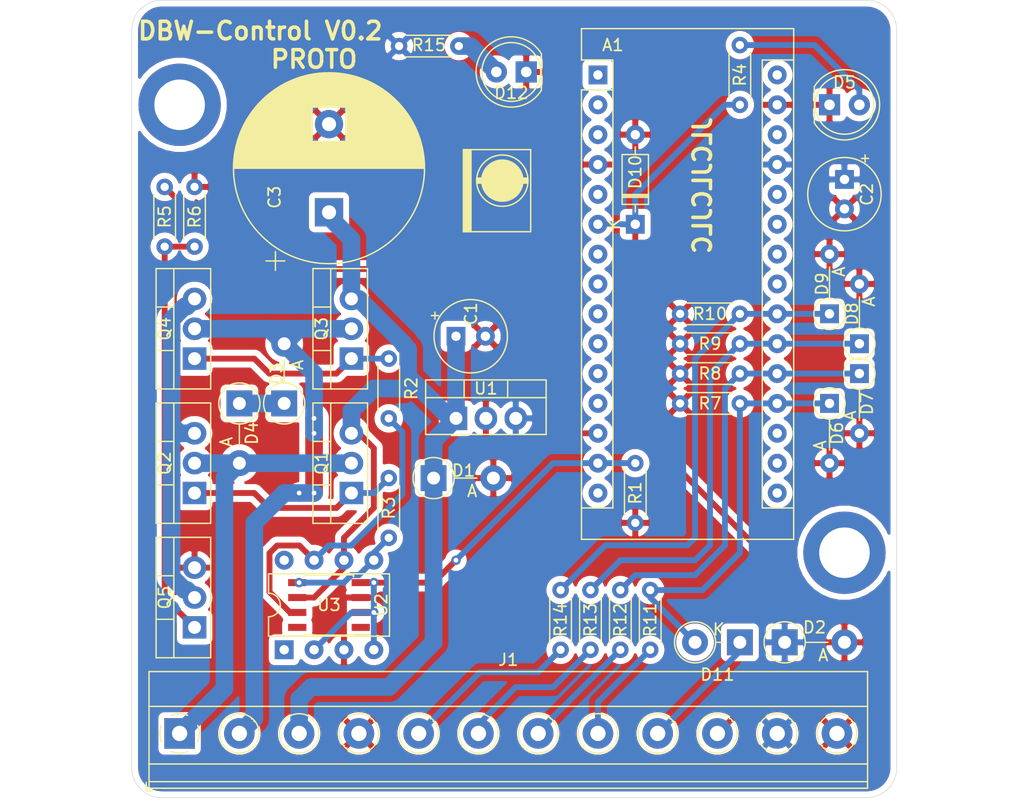
<source format=kicad_pcb>
(kicad_pcb (version 20171130) (host pcbnew 5.1.9+dfsg1-1~bpo10+1)
  (layers (0 F.Cu signal) (31 B.Cu signal) (34 B.Paste user) (35 F.Paste user) (36 B.SilkS user) (37 F.SilkS user) (38 B.Mask user) (39 F.Mask user) (44 Edge.Cuts user))
  (net 0 "")
  (net 1 "Net-(A1-Pad16)")
  (net 2 "Net-(A1-Pad15)")
  (net 3 "Net-(A1-Pad30)")
  (net 4 HB_DIR)
  (net 5 GND)
  (net 6 HB_PWM)
  (net 7 "Net-(A1-Pad28)")
  (net 8 "Net-(A1-Pad12)")
  (net 9 +5V)
  (net 10 "Net-(A1-Pad11)")
  (net 11 "Net-(A1-Pad26)")
  (net 12 "Net-(A1-Pad10)")
  (net 13 "Net-(A1-Pad25)")
  (net 14 "Net-(A1-Pad9)")
  (net 15 "Net-(A1-Pad24)")
  (net 16 "Net-(A1-Pad8)")
  (net 17 "Net-(A1-Pad23)")
  (net 18 "Net-(A1-Pad7)")
  (net 19 "Net-(A1-Pad22)")
  (net 20 ERROR_LED)
  (net 21 "Net-(A1-Pad21)")
  (net 22 "Net-(A1-Pad5)")
  (net 23 "Net-(A1-Pad20)")
  (net 24 TPS)
  (net 25 "Net-(A1-Pad3)")
  (net 26 "Net-(A1-Pad18)")
  (net 27 "Net-(A1-Pad2)")
  (net 28 "Net-(A1-Pad17)")
  (net 29 "Net-(A1-Pad1)")
  (net 30 +12V)
  (net 31 M-)
  (net 32 "Net-(D3-Pad1)")
  (net 33 M+)
  (net 34 "Net-(D5-Pad2)")
  (net 35 POT_PEDAL2)
  (net 36 POT_PEDAL)
  (net 37 POT_THROTTLE2)
  (net 38 POT_THROTTLE)
  (net 39 "Net-(Q1-Pad1)")
  (net 40 "Net-(Q2-Pad3)")
  (net 41 "Net-(Q3-Pad1)")
  (net 42 "Net-(Q5-Pad1)")
  (net 43 "Net-(R2-Pad2)")
  (net 44 "Net-(R3-Pad2)")
  (net 45 "Net-(U2-Pad8)")
  (net 46 "Net-(U2-Pad1)")
  (net 47 "Net-(U3-Pad8)")
  (net 48 "Net-(U3-Pad1)")
  (net 49 "Net-(A1-Pad19)")
  (net 50 "Net-(D12-Pad2)")
  (module Resistor_THT:R_Axial_DIN0204_L3.6mm_D1.6mm_P5.08mm_Horizontal (layer F.Cu) (at 97.396 108.036)
    (fp_text reference R15 (at 2.54 -0.086) (layer F.SilkS))
    (fp_text value 330R)
    (pad 2 thru_hole oval (at 5.08 0) (size 1.4 1.4) (drill 0.7) (layers *.Cu *.Mask) (net 50 "Net-(D12-Pad2)"))
    (pad 1 thru_hole circle (at 0 0) (size 1.4 1.4) (drill 0.7) (layers *.Cu *.Mask) (net 9 +5V))
  )
  (module LED_THT:LED_D5.0mm (layer F.Cu) (at 108.204 110.236 180)
    (fp_text reference D12 (at 1.27 -1.778) (layer F.SilkS))
    (fp_text value LED)
    (pad 2 thru_hole circle (at 2.54 0 180) (size 1.8 1.8) (drill 0.9) (layers *.Cu *.Mask) (net 50 "Net-(D12-Pad2)"))
    (pad 1 thru_hole rect (at 0 0 180) (size 1.8 1.8) (drill 0.9) (layers *.Cu *.Mask) (net 5 GND))
  )
  (module MountingHole:MountingHole_4.3mm_M4_ISO14580_Pad (layer F.Cu) (at 135.255 151.13)
    (fp_text reference REF** hide)
    (fp_text value MountingHole_4.3mm_M4_ISO14580_Pad)
    (pad 1 thru_hole circle (at 0 0) (size 7 7) (drill 4.3) (layers *.Cu *.Mask))
  )
  (module MountingHole:MountingHole_4.3mm_M4_ISO14580_Pad (layer F.Cu) (at 78.74 113.03)
    (fp_text reference REF** hide)
    (fp_text value MountingHole_4.3mm_M4_ISO14580_Pad)
    (pad 1 thru_hole circle (at 0 0) (size 7 7) (drill 4.3) (layers *.Cu *.Mask))
  )
  (module Diode_THT:D_DO-41_SOD81_P3.81mm_Vertical_KathodeUp (layer F.Cu) (at 126.365 158.75 180)
    (fp_text reference D11 (at 1.905 -2.750635) (layer F.SilkS))
    (fp_text value 1N4004)
    (fp_text user K (at 1.8 1.1) (layer F.SilkS))
    (pad 2 thru_hole oval (at 3.81 0 180) (size 2.2 2.2) (drill 1.1) (layers *.Cu *.Mask) (net 49 "Net-(A1-Pad19)"))
    (pad 1 thru_hole rect (at 0 0 180) (size 2.2 2.2) (drill 1.1) (layers *.Cu *.Mask) (net 24 TPS))
  )
  (module TerminalBlock_Phoenix:TerminalBlock_Phoenix_MKDS-1,5-12-5.08_1x12_P5.08mm_Horizontal (layer F.Cu) (at 78.74 166.5)
    (fp_text reference J1 (at 27.94 -6.26) (layer F.SilkS))
    (fp_text value Conn_01x12_Female)
    (pad 12 thru_hole circle (at 55.88 0) (size 2.6 2.6) (drill 1.3) (layers *.Cu *.Mask) (net 5 GND))
    (pad 11 thru_hole circle (at 50.8 0) (size 2.6 2.6) (drill 1.3) (layers *.Cu *.Mask) (net 9 +5V))
    (pad 10 thru_hole circle (at 45.72 0) (size 2.6 2.6) (drill 1.3) (layers *.Cu *.Mask) (net 20 ERROR_LED))
    (pad 9 thru_hole circle (at 40.64 0) (size 2.6 2.6) (drill 1.3) (layers *.Cu *.Mask) (net 24 TPS))
    (pad 8 thru_hole circle (at 35.56 0) (size 2.6 2.6) (drill 1.3) (layers *.Cu *.Mask) (net 38 POT_THROTTLE))
    (pad 7 thru_hole circle (at 30.48 0) (size 2.6 2.6) (drill 1.3) (layers *.Cu *.Mask) (net 37 POT_THROTTLE2))
    (pad 6 thru_hole circle (at 25.4 0) (size 2.6 2.6) (drill 1.3) (layers *.Cu *.Mask) (net 36 POT_PEDAL))
    (pad 5 thru_hole circle (at 20.32 0) (size 2.6 2.6) (drill 1.3) (layers *.Cu *.Mask) (net 35 POT_PEDAL2))
    (pad 4 thru_hole circle (at 15.24 0) (size 2.6 2.6) (drill 1.3) (layers *.Cu *.Mask) (net 5 GND))
    (pad 3 thru_hole circle (at 10.16 0) (size 2.6 2.6) (drill 1.3) (layers *.Cu *.Mask) (net 30 +12V))
    (pad 2 thru_hole circle (at 5.08 0) (size 2.6 2.6) (drill 1.3) (layers *.Cu *.Mask) (net 33 M+))
    (pad 1 thru_hole rect (at 0 0) (size 2.6 2.6) (drill 1.3) (layers *.Cu *.Mask) (net 31 M-))
  )
  (module Diode_THT:D_DO-35_SOD27_P7.62mm_Horizontal (layer F.Cu) (at 117.475 123.19 90)
    (fp_text reference D10 (at 4.445 0 90) (layer F.SilkS))
    (fp_text value 5V1)
    (fp_text user K (at 0 -1.8 90) (layer F.SilkS))
    (pad 2 thru_hole oval (at 7.62 0 90) (size 1.6 1.6) (drill 0.8) (layers *.Cu *.Mask) (net 5 GND))
    (pad 1 thru_hole rect (at 0 0 90) (size 1.6 1.6) (drill 0.8) (layers *.Cu *.Mask) (net 20 ERROR_LED))
  )
  (module Diode_THT:D_DO-35_SOD27_P5.08mm_Vertical_AnodeUp (layer F.Cu) (at 133.985 130.81 90)
    (fp_text reference D9 (at 2.54 -0.635 90) (layer F.SilkS))
    (fp_text value 5V1)
    (fp_text user A (at 3.58 0.8 90) (layer F.SilkS))
    (pad 2 thru_hole oval (at 5.08 0 90) (size 1.6 1.6) (drill 0.8) (layers *.Cu *.Mask) (net 5 GND))
    (pad 1 thru_hole rect (at 0 0 90) (size 1.6 1.6) (drill 0.8) (layers *.Cu *.Mask) (net 19 "Net-(A1-Pad22)"))
  )
  (module Diode_THT:D_DO-35_SOD27_P5.08mm_Vertical_AnodeUp (layer F.Cu) (at 136.525 133.35 90)
    (fp_text reference D8 (at 2.54 -0.635 90) (layer F.SilkS))
    (fp_text value 5V1)
    (fp_text user A (at 3.58 0.8 90) (layer F.SilkS))
    (pad 2 thru_hole oval (at 5.08 0 90) (size 1.6 1.6) (drill 0.8) (layers *.Cu *.Mask) (net 5 GND))
    (pad 1 thru_hole rect (at 0 0 90) (size 1.6 1.6) (drill 0.8) (layers *.Cu *.Mask) (net 21 "Net-(A1-Pad21)"))
  )
  (module Diode_THT:D_DO-35_SOD27_P5.08mm_Vertical_AnodeUp (layer F.Cu) (at 136.525 135.89 270)
    (fp_text reference D7 (at 2.54 -0.635 90) (layer F.SilkS))
    (fp_text value 5V1)
    (fp_text user A (at 3.58 0.8 90) (layer F.SilkS))
    (pad 2 thru_hole oval (at 5.08 0 270) (size 1.6 1.6) (drill 0.8) (layers *.Cu *.Mask) (net 5 GND))
    (pad 1 thru_hole rect (at 0 0 270) (size 1.6 1.6) (drill 0.8) (layers *.Cu *.Mask) (net 23 "Net-(A1-Pad20)"))
  )
  (module Diode_THT:D_DO-35_SOD27_P5.08mm_Vertical_AnodeUp (layer F.Cu) (at 133.985 138.43 270)
    (fp_text reference D6 (at 2.54 -0.635 90) (layer F.SilkS))
    (fp_text value 5V1)
    (fp_text user A (at 3.58 0.8 90) (layer F.SilkS))
    (pad 2 thru_hole oval (at 5.08 0 270) (size 1.6 1.6) (drill 0.8) (layers *.Cu *.Mask) (net 5 GND))
    (pad 1 thru_hole rect (at 0 0 270) (size 1.6 1.6) (drill 0.8) (layers *.Cu *.Mask) (net 49 "Net-(A1-Pad19)"))
  )
  (module Diode_THT:D_DO-41_SOD81_P5.08mm_Vertical_AnodeUp (layer F.Cu) (at 87.63 138.43 90)
    (fp_text reference D4 (at -2.54 -2.750635 90) (layer F.SilkS))
    (fp_text value 20V)
    (fp_text user A (at 3.28 1.1 90) (layer F.SilkS))
    (pad 2 thru_hole oval (at 5.08 0 90) (size 2.2 2.2) (drill 1.1) (layers *.Cu *.Mask) (net 33 M+))
    (pad 1 thru_hole rect (at 0 0 90) (size 2.2 2.2) (drill 1.1) (layers *.Cu *.Mask) (net 32 "Net-(D3-Pad1)"))
  )
  (module Diode_THT:D_DO-41_SOD81_P5.08mm_Vertical_AnodeUp (layer F.Cu) (at 83.82 138.43 270)
    (fp_text reference D3 (at -2.54 -3.175 90) (layer F.SilkS))
    (fp_text value 20V)
    (fp_text user A (at 3.28 1.1 90) (layer F.SilkS))
    (pad 2 thru_hole oval (at 5.08 0 270) (size 2.2 2.2) (drill 1.1) (layers *.Cu *.Mask) (net 31 M-))
    (pad 1 thru_hole rect (at 0 0 270) (size 2.2 2.2) (drill 1.1) (layers *.Cu *.Mask) (net 32 "Net-(D3-Pad1)"))
  )
  (module Diode_THT:D_DO-41_SOD81_P5.08mm_Vertical_AnodeUp (layer F.Cu) (at 130.175 158.75)
    (fp_text reference D2 (at 2.54 -1.27) (layer F.SilkS))
    (fp_text value "1N5339B 5V6")
    (fp_text user A (at 3.28 1.1) (layer F.SilkS))
    (pad 2 thru_hole oval (at 5.08 0) (size 2.2 2.2) (drill 1.1) (layers *.Cu *.Mask) (net 5 GND))
    (pad 1 thru_hole rect (at 0 0) (size 2.2 2.2) (drill 1.1) (layers *.Cu *.Mask) (net 9 +5V))
  )
  (module Diode_THT:D_DO-41_SOD81_P5.08mm_Vertical_AnodeUp (layer F.Cu) (at 100.33 144.78)
    (fp_text reference D1 (at 2.54 -0.635) (layer F.SilkS))
    (fp_text value 20V)
    (fp_text user A (at 3.28 1.1) (layer F.SilkS))
    (pad 2 thru_hole oval (at 5.08 0) (size 2.2 2.2) (drill 1.1) (layers *.Cu *.Mask) (net 5 GND))
    (pad 1 thru_hole rect (at 0 0) (size 2.2 2.2) (drill 1.1) (layers *.Cu *.Mask) (net 30 +12V))
  )
  (module Package_SO:SOIC-8_3.9x4.9mm_P1.27mm (layer F.Cu) (at 91.44 155.575 180)
    (fp_text reference U3 (at 0 0) (layer F.SilkS))
    (fp_text value TC4425)
    (pad 8 smd rect (at 2.7 -1.905 180) (size 1.55 0.6) (layers F.Cu F.Paste F.Mask) (net 47 "Net-(U3-Pad8)"))
    (pad 7 smd rect (at 2.7 -0.635 180) (size 1.55 0.6) (layers F.Cu F.Paste F.Mask) (net 43 "Net-(R2-Pad2)"))
    (pad 6 smd rect (at 2.7 0.635 180) (size 1.55 0.6) (layers F.Cu F.Paste F.Mask) (net 30 +12V))
    (pad 5 smd rect (at 2.7 1.905 180) (size 1.55 0.6) (layers F.Cu F.Paste F.Mask) (net 44 "Net-(R3-Pad2)"))
    (pad 4 smd rect (at -2.7 1.905 180) (size 1.55 0.6) (layers F.Cu F.Paste F.Mask) (net 4 HB_DIR))
    (pad 3 smd rect (at -2.7 0.635 180) (size 1.55 0.6) (layers F.Cu F.Paste F.Mask) (net 5 GND))
    (pad 2 smd rect (at -2.7 -0.635 180) (size 1.55 0.6) (layers F.Cu F.Paste F.Mask) (net 4 HB_DIR))
    (pad 1 smd rect (at -2.7 -1.905 180) (size 1.55 0.6) (layers F.Cu F.Paste F.Mask) (net 48 "Net-(U3-Pad1)"))
  )
  (module Package_DIP:DIP-8_W7.62mm (layer F.Cu) (at 87.63 159.385 90)
    (fp_text reference U2 (at 3.81 8.255 90) (layer F.SilkS))
    (fp_text value TC4425)
    (pad 8 thru_hole oval (at 7.62 0 90) (size 1.6 1.6) (drill 0.8) (layers *.Cu *.Mask) (net 45 "Net-(U2-Pad8)"))
    (pad 4 thru_hole oval (at 0 7.62 90) (size 1.6 1.6) (drill 0.8) (layers *.Cu *.Mask) (net 4 HB_DIR))
    (pad 7 thru_hole oval (at 7.62 2.54 90) (size 1.6 1.6) (drill 0.8) (layers *.Cu *.Mask) (net 43 "Net-(R2-Pad2)"))
    (pad 3 thru_hole oval (at 0 5.08 90) (size 1.6 1.6) (drill 0.8) (layers *.Cu *.Mask) (net 5 GND))
    (pad 6 thru_hole oval (at 7.62 5.08 90) (size 1.6 1.6) (drill 0.8) (layers *.Cu *.Mask) (net 30 +12V))
    (pad 2 thru_hole oval (at 0 2.54 90) (size 1.6 1.6) (drill 0.8) (layers *.Cu *.Mask) (net 4 HB_DIR))
    (pad 5 thru_hole oval (at 7.62 7.62 90) (size 1.6 1.6) (drill 0.8) (layers *.Cu *.Mask) (net 44 "Net-(R3-Pad2)"))
    (pad 1 thru_hole rect (at 0 0 90) (size 1.6 1.6) (drill 0.8) (layers *.Cu *.Mask) (net 46 "Net-(U2-Pad1)"))
  )
  (module Package_TO_SOT_THT:TO-220-3_Vertical (layer F.Cu) (at 102.235 139.7)
    (fp_text reference U1 (at 2.54 -2.54) (layer F.SilkS))
    (fp_text value LM2940T)
    (pad 3 thru_hole oval (at 5.08 0) (size 1.905 2) (drill 1.1) (layers *.Cu *.Mask) (net 9 +5V))
    (pad 2 thru_hole oval (at 2.54 0) (size 1.905 2) (drill 1.1) (layers *.Cu *.Mask) (net 5 GND))
    (pad 1 thru_hole rect (at 0 0) (size 1.905 2) (drill 1.1) (layers *.Cu *.Mask) (net 30 +12V))
  )
  (module Resistor_THT:R_Axial_DIN0204_L3.6mm_D1.6mm_P5.08mm_Horizontal (layer F.Cu) (at 111.125 159.385 90)
    (fp_text reference R14 (at 2.54 0 90) (layer F.SilkS))
    (fp_text value 470R)
    (pad 2 thru_hole oval (at 5.08 0 90) (size 1.4 1.4) (drill 0.7) (layers *.Cu *.Mask) (net 19 "Net-(A1-Pad22)"))
    (pad 1 thru_hole circle (at 0 0 90) (size 1.4 1.4) (drill 0.7) (layers *.Cu *.Mask) (net 35 POT_PEDAL2))
  )
  (module Resistor_THT:R_Axial_DIN0204_L3.6mm_D1.6mm_P5.08mm_Horizontal (layer F.Cu) (at 113.665 159.385 90)
    (fp_text reference R13 (at 2.54 0 90) (layer F.SilkS))
    (fp_text value 470R)
    (pad 2 thru_hole oval (at 5.08 0 90) (size 1.4 1.4) (drill 0.7) (layers *.Cu *.Mask) (net 21 "Net-(A1-Pad21)"))
    (pad 1 thru_hole circle (at 0 0 90) (size 1.4 1.4) (drill 0.7) (layers *.Cu *.Mask) (net 36 POT_PEDAL))
  )
  (module Resistor_THT:R_Axial_DIN0204_L3.6mm_D1.6mm_P5.08mm_Horizontal (layer F.Cu) (at 116.205 159.385 90)
    (fp_text reference R12 (at 2.54 0 90) (layer F.SilkS))
    (fp_text value 470R)
    (pad 2 thru_hole oval (at 5.08 0 90) (size 1.4 1.4) (drill 0.7) (layers *.Cu *.Mask) (net 23 "Net-(A1-Pad20)"))
    (pad 1 thru_hole circle (at 0 0 90) (size 1.4 1.4) (drill 0.7) (layers *.Cu *.Mask) (net 37 POT_THROTTLE2))
  )
  (module Resistor_THT:R_Axial_DIN0204_L3.6mm_D1.6mm_P5.08mm_Horizontal (layer F.Cu) (at 118.745 159.385 90)
    (fp_text reference R11 (at 2.54 0 90) (layer F.SilkS))
    (fp_text value 470R)
    (pad 2 thru_hole oval (at 5.08 0 90) (size 1.4 1.4) (drill 0.7) (layers *.Cu *.Mask) (net 49 "Net-(A1-Pad19)"))
    (pad 1 thru_hole circle (at 0 0 90) (size 1.4 1.4) (drill 0.7) (layers *.Cu *.Mask) (net 38 POT_THROTTLE))
  )
  (module Resistor_THT:R_Axial_DIN0204_L3.6mm_D1.6mm_P5.08mm_Horizontal (layer F.Cu) (at 121.285 130.81)
    (fp_text reference R10 (at 2.54 0) (layer F.SilkS))
    (fp_text value 100K)
    (pad 2 thru_hole oval (at 5.08 0) (size 1.4 1.4) (drill 0.7) (layers *.Cu *.Mask) (net 19 "Net-(A1-Pad22)"))
    (pad 1 thru_hole circle (at 0 0) (size 1.4 1.4) (drill 0.7) (layers *.Cu *.Mask) (net 5 GND))
  )
  (module Resistor_THT:R_Axial_DIN0204_L3.6mm_D1.6mm_P5.08mm_Horizontal (layer F.Cu) (at 121.285 133.35)
    (fp_text reference R9 (at 2.54 0) (layer F.SilkS))
    (fp_text value 100K)
    (pad 2 thru_hole oval (at 5.08 0) (size 1.4 1.4) (drill 0.7) (layers *.Cu *.Mask) (net 21 "Net-(A1-Pad21)"))
    (pad 1 thru_hole circle (at 0 0) (size 1.4 1.4) (drill 0.7) (layers *.Cu *.Mask) (net 5 GND))
  )
  (module Resistor_THT:R_Axial_DIN0204_L3.6mm_D1.6mm_P5.08mm_Horizontal (layer F.Cu) (at 121.285 135.89)
    (fp_text reference R8 (at 2.54 0) (layer F.SilkS))
    (fp_text value 100K)
    (pad 2 thru_hole oval (at 5.08 0) (size 1.4 1.4) (drill 0.7) (layers *.Cu *.Mask) (net 23 "Net-(A1-Pad20)"))
    (pad 1 thru_hole circle (at 0 0) (size 1.4 1.4) (drill 0.7) (layers *.Cu *.Mask) (net 5 GND))
  )
  (module Resistor_THT:R_Axial_DIN0204_L3.6mm_D1.6mm_P5.08mm_Horizontal (layer F.Cu) (at 121.285 138.43)
    (fp_text reference R7 (at 2.54 0) (layer F.SilkS))
    (fp_text value 100K)
    (pad 2 thru_hole oval (at 5.08 0) (size 1.4 1.4) (drill 0.7) (layers *.Cu *.Mask) (net 49 "Net-(A1-Pad19)"))
    (pad 1 thru_hole circle (at 0 0) (size 1.4 1.4) (drill 0.7) (layers *.Cu *.Mask) (net 5 GND))
  )
  (module Resistor_THT:R_Axial_DIN0204_L3.6mm_D1.6mm_P5.08mm_Horizontal (layer F.Cu) (at 77.47 120.015 270)
    (fp_text reference R6 (at 2.54 -2.54 90) (layer F.SilkS))
    (fp_text value 180R)
    (pad 2 thru_hole oval (at 5.08 0 270) (size 1.4 1.4) (drill 0.7) (layers *.Cu *.Mask) (net 42 "Net-(Q5-Pad1)"))
    (pad 1 thru_hole circle (at 0 0 270) (size 1.4 1.4) (drill 0.7) (layers *.Cu *.Mask) (net 6 HB_PWM))
  )
  (module Resistor_THT:R_Axial_DIN0204_L3.6mm_D1.6mm_P5.08mm_Horizontal (layer F.Cu) (at 80.01 125.095 90)
    (fp_text reference R5 (at 2.54 -2.54 90) (layer F.SilkS))
    (fp_text value 1K)
    (pad 2 thru_hole oval (at 5.08 0 90) (size 1.4 1.4) (drill 0.7) (layers *.Cu *.Mask) (net 5 GND))
    (pad 1 thru_hole circle (at 0 0 90) (size 1.4 1.4) (drill 0.7) (layers *.Cu *.Mask) (net 42 "Net-(Q5-Pad1)"))
  )
  (module Resistor_THT:R_Axial_DIN0204_L3.6mm_D1.6mm_P5.08mm_Horizontal (layer F.Cu) (at 126.365 107.95 270)
    (fp_text reference R4 (at 2.54 0 90) (layer F.SilkS))
    (fp_text value 330R)
    (pad 2 thru_hole oval (at 5.08 0 270) (size 1.4 1.4) (drill 0.7) (layers *.Cu *.Mask) (net 20 ERROR_LED))
    (pad 1 thru_hole circle (at 0 0 270) (size 1.4 1.4) (drill 0.7) (layers *.Cu *.Mask) (net 34 "Net-(D5-Pad2)"))
  )
  (module Resistor_THT:R_Axial_DIN0204_L3.6mm_D1.6mm_P5.08mm_Horizontal (layer F.Cu) (at 96.52 144.78 270)
    (fp_text reference R3 (at 2.54 0 90) (layer F.SilkS))
    (fp_text value 75R)
    (pad 2 thru_hole oval (at 5.08 0 270) (size 1.4 1.4) (drill 0.7) (layers *.Cu *.Mask) (net 44 "Net-(R3-Pad2)"))
    (pad 1 thru_hole circle (at 0 0 270) (size 1.4 1.4) (drill 0.7) (layers *.Cu *.Mask) (net 39 "Net-(Q1-Pad1)"))
  )
  (module Resistor_THT:R_Axial_DIN0204_L3.6mm_D1.6mm_P5.08mm_Horizontal (layer F.Cu) (at 96.52 134.62 270)
    (fp_text reference R2 (at 2.54 -1.92 90) (layer F.SilkS))
    (fp_text value 75R)
    (pad 2 thru_hole oval (at 5.08 0 270) (size 1.4 1.4) (drill 0.7) (layers *.Cu *.Mask) (net 43 "Net-(R2-Pad2)"))
    (pad 1 thru_hole circle (at 0 0 270) (size 1.4 1.4) (drill 0.7) (layers *.Cu *.Mask) (net 41 "Net-(Q3-Pad1)"))
  )
  (module Resistor_THT:R_Axial_DIN0204_L3.6mm_D1.6mm_P5.08mm_Horizontal (layer F.Cu) (at 117.475 143.51 270)
    (fp_text reference R1 (at 2.54 0 90) (layer F.SilkS))
    (fp_text value 1K)
    (pad 2 thru_hole oval (at 5.08 0 270) (size 1.4 1.4) (drill 0.7) (layers *.Cu *.Mask) (net 5 GND))
    (pad 1 thru_hole circle (at 0 0 270) (size 1.4 1.4) (drill 0.7) (layers *.Cu *.Mask) (net 4 HB_DIR))
  )
  (module Package_TO_SOT_THT:TO-220-3_Vertical (layer F.Cu) (at 80.01 157.48 90)
    (fp_text reference Q5 (at 2.54 -2.54 90) (layer F.SilkS))
    (fp_text value IRF540N)
    (pad 3 thru_hole oval (at 5.08 0 90) (size 1.905 2) (drill 1.1) (layers *.Cu *.Mask) (net 5 GND))
    (pad 2 thru_hole oval (at 2.54 0 90) (size 1.905 2) (drill 1.1) (layers *.Cu *.Mask) (net 40 "Net-(Q2-Pad3)"))
    (pad 1 thru_hole rect (at 0 0 90) (size 1.905 2) (drill 1.1) (layers *.Cu *.Mask) (net 42 "Net-(Q5-Pad1)"))
  )
  (module Package_TO_SOT_THT:TO-220-3_Vertical (layer F.Cu) (at 80.01 134.62 90)
    (fp_text reference Q4 (at 2.54 -2.54 90) (layer F.SilkS))
    (fp_text value IRF540N)
    (pad 3 thru_hole oval (at 5.08 0 90) (size 1.905 2) (drill 1.1) (layers *.Cu *.Mask) (net 40 "Net-(Q2-Pad3)"))
    (pad 2 thru_hole oval (at 2.54 0 90) (size 1.905 2) (drill 1.1) (layers *.Cu *.Mask) (net 33 M+))
    (pad 1 thru_hole rect (at 0 0 90) (size 1.905 2) (drill 1.1) (layers *.Cu *.Mask) (net 41 "Net-(Q3-Pad1)"))
  )
  (module Package_TO_SOT_THT:TO-220-3_Vertical (layer F.Cu) (at 93.345 134.62 90)
    (fp_text reference Q3 (at 2.54 -2.54 90) (layer F.SilkS))
    (fp_text value IRF9540N)
    (pad 3 thru_hole oval (at 5.08 0 90) (size 1.905 2) (drill 1.1) (layers *.Cu *.Mask) (net 30 +12V))
    (pad 2 thru_hole oval (at 2.54 0 90) (size 1.905 2) (drill 1.1) (layers *.Cu *.Mask) (net 33 M+))
    (pad 1 thru_hole rect (at 0 0 90) (size 1.905 2) (drill 1.1) (layers *.Cu *.Mask) (net 41 "Net-(Q3-Pad1)"))
  )
  (module Package_TO_SOT_THT:TO-220-3_Vertical (layer F.Cu) (at 80.01 146.05 90)
    (fp_text reference Q2 (at 2.54 -2.54 90) (layer F.SilkS))
    (fp_text value IRF540N)
    (pad 3 thru_hole oval (at 5.08 0 90) (size 1.905 2) (drill 1.1) (layers *.Cu *.Mask) (net 40 "Net-(Q2-Pad3)"))
    (pad 2 thru_hole oval (at 2.54 0 90) (size 1.905 2) (drill 1.1) (layers *.Cu *.Mask) (net 31 M-))
    (pad 1 thru_hole rect (at 0 0 90) (size 1.905 2) (drill 1.1) (layers *.Cu *.Mask) (net 39 "Net-(Q1-Pad1)"))
  )
  (module Package_TO_SOT_THT:TO-220-3_Vertical (layer F.Cu) (at 93.345 146.05 90)
    (fp_text reference Q1 (at 2.54 -2.54 90) (layer F.SilkS))
    (fp_text value IRF9540N)
    (pad 3 thru_hole oval (at 5.08 0 90) (size 1.905 2) (drill 1.1) (layers *.Cu *.Mask) (net 30 +12V))
    (pad 2 thru_hole oval (at 2.54 0 90) (size 1.905 2) (drill 1.1) (layers *.Cu *.Mask) (net 31 M-))
    (pad 1 thru_hole rect (at 0 0 90) (size 1.905 2) (drill 1.1) (layers *.Cu *.Mask) (net 39 "Net-(Q1-Pad1)"))
  )
  (module LED_THT:LED_D5.0mm (layer F.Cu) (at 133.985 113.03)
    (fp_text reference D5 (at 1.27 -1.905) (layer F.SilkS))
    (fp_text value LED)
    (pad 2 thru_hole circle (at 2.54 0) (size 1.8 1.8) (drill 0.9) (layers *.Cu *.Mask) (net 34 "Net-(D5-Pad2)"))
    (pad 1 thru_hole rect (at 0 0) (size 1.8 1.8) (drill 0.9) (layers *.Cu *.Mask) (net 5 GND))
  )
  (module Capacitor_THT:CP_Radial_D16.0mm_P7.50mm (layer F.Cu) (at 91.44 122.174 90)
    (fp_text reference C3 (at 1.28 -4.63 90) (layer F.SilkS))
    (fp_text value 3300u)
    (pad 2 thru_hole circle (at 7.5 0 90) (size 2.4 2.4) (drill 1.2) (layers *.Cu *.Mask) (net 5 GND))
    (pad 1 thru_hole rect (at 0 0 90) (size 2.4 2.4) (drill 1.2) (layers *.Cu *.Mask) (net 30 +12V))
  )
  (module Capacitor_THT:CP_Radial_Tantal_D6.0mm_P2.50mm (layer F.Cu) (at 135.255 119.38 270)
    (fp_text reference C2 (at 1.27 -1.905 90) (layer F.SilkS))
    (fp_text value 47u)
    (pad 2 thru_hole circle (at 2.5 0 270) (size 1.6 1.6) (drill 0.8) (layers *.Cu *.Mask) (net 5 GND))
    (pad 1 thru_hole rect (at 0 0 270) (size 1.6 1.6) (drill 0.8) (layers *.Cu *.Mask) (net 9 +5V))
  )
  (module Capacitor_THT:CP_Radial_Tantal_D6.0mm_P2.50mm (layer F.Cu) (at 102.235 132.715)
    (fp_text reference C1 (at 1.27 -1.905 270) (layer F.SilkS))
    (fp_text value 10u)
    (pad 2 thru_hole circle (at 2.5 0) (size 1.6 1.6) (drill 0.8) (layers *.Cu *.Mask) (net 5 GND))
    (pad 1 thru_hole rect (at 0 0) (size 1.6 1.6) (drill 0.8) (layers *.Cu *.Mask) (net 30 +12V))
  )
  (module Module:Arduino_Nano (layer F.Cu) (at 114.3 110.49)
    (fp_text reference A1 (at 1.27 -2.54) (layer F.SilkS))
    (fp_text value Arduino_Nano_v3.x)
    (pad 16 thru_hole oval (at 15.24 35.56) (size 1.6 1.6) (drill 0.8) (layers *.Cu *.Mask) (net 1 "Net-(A1-Pad16)"))
    (pad 15 thru_hole oval (at 0 35.56) (size 1.6 1.6) (drill 0.8) (layers *.Cu *.Mask) (net 2 "Net-(A1-Pad15)"))
    (pad 30 thru_hole oval (at 15.24 0) (size 1.6 1.6) (drill 0.8) (layers *.Cu *.Mask) (net 3 "Net-(A1-Pad30)"))
    (pad 14 thru_hole oval (at 0 33.02) (size 1.6 1.6) (drill 0.8) (layers *.Cu *.Mask) (net 4 HB_DIR))
    (pad 29 thru_hole oval (at 15.24 2.54) (size 1.6 1.6) (drill 0.8) (layers *.Cu *.Mask) (net 5 GND))
    (pad 13 thru_hole oval (at 0 30.48) (size 1.6 1.6) (drill 0.8) (layers *.Cu *.Mask) (net 6 HB_PWM))
    (pad 28 thru_hole oval (at 15.24 5.08) (size 1.6 1.6) (drill 0.8) (layers *.Cu *.Mask) (net 7 "Net-(A1-Pad28)"))
    (pad 12 thru_hole oval (at 0 27.94) (size 1.6 1.6) (drill 0.8) (layers *.Cu *.Mask) (net 8 "Net-(A1-Pad12)"))
    (pad 27 thru_hole oval (at 15.24 7.62) (size 1.6 1.6) (drill 0.8) (layers *.Cu *.Mask) (net 9 +5V))
    (pad 11 thru_hole oval (at 0 25.4) (size 1.6 1.6) (drill 0.8) (layers *.Cu *.Mask) (net 10 "Net-(A1-Pad11)"))
    (pad 26 thru_hole oval (at 15.24 10.16) (size 1.6 1.6) (drill 0.8) (layers *.Cu *.Mask) (net 11 "Net-(A1-Pad26)"))
    (pad 10 thru_hole oval (at 0 22.86) (size 1.6 1.6) (drill 0.8) (layers *.Cu *.Mask) (net 12 "Net-(A1-Pad10)"))
    (pad 25 thru_hole oval (at 15.24 12.7) (size 1.6 1.6) (drill 0.8) (layers *.Cu *.Mask) (net 13 "Net-(A1-Pad25)"))
    (pad 9 thru_hole oval (at 0 20.32) (size 1.6 1.6) (drill 0.8) (layers *.Cu *.Mask) (net 14 "Net-(A1-Pad9)"))
    (pad 24 thru_hole oval (at 15.24 15.24) (size 1.6 1.6) (drill 0.8) (layers *.Cu *.Mask) (net 15 "Net-(A1-Pad24)"))
    (pad 8 thru_hole oval (at 0 17.78) (size 1.6 1.6) (drill 0.8) (layers *.Cu *.Mask) (net 16 "Net-(A1-Pad8)"))
    (pad 23 thru_hole oval (at 15.24 17.78) (size 1.6 1.6) (drill 0.8) (layers *.Cu *.Mask) (net 17 "Net-(A1-Pad23)"))
    (pad 7 thru_hole oval (at 0 15.24) (size 1.6 1.6) (drill 0.8) (layers *.Cu *.Mask) (net 18 "Net-(A1-Pad7)"))
    (pad 22 thru_hole oval (at 15.24 20.32) (size 1.6 1.6) (drill 0.8) (layers *.Cu *.Mask) (net 19 "Net-(A1-Pad22)"))
    (pad 6 thru_hole oval (at 0 12.7) (size 1.6 1.6) (drill 0.8) (layers *.Cu *.Mask) (net 20 ERROR_LED))
    (pad 21 thru_hole oval (at 15.24 22.86) (size 1.6 1.6) (drill 0.8) (layers *.Cu *.Mask) (net 21 "Net-(A1-Pad21)"))
    (pad 5 thru_hole oval (at 0 10.16) (size 1.6 1.6) (drill 0.8) (layers *.Cu *.Mask) (net 22 "Net-(A1-Pad5)"))
    (pad 20 thru_hole oval (at 15.24 25.4) (size 1.6 1.6) (drill 0.8) (layers *.Cu *.Mask) (net 23 "Net-(A1-Pad20)"))
    (pad 4 thru_hole oval (at 0 7.62) (size 1.6 1.6) (drill 0.8) (layers *.Cu *.Mask) (net 5 GND))
    (pad 19 thru_hole oval (at 15.24 27.94) (size 1.6 1.6) (drill 0.8) (layers *.Cu *.Mask) (net 49 "Net-(A1-Pad19)"))
    (pad 3 thru_hole oval (at 0 5.08) (size 1.6 1.6) (drill 0.8) (layers *.Cu *.Mask) (net 25 "Net-(A1-Pad3)"))
    (pad 18 thru_hole oval (at 15.24 30.48) (size 1.6 1.6) (drill 0.8) (layers *.Cu *.Mask) (net 26 "Net-(A1-Pad18)"))
    (pad 2 thru_hole oval (at 0 2.54) (size 1.6 1.6) (drill 0.8) (layers *.Cu *.Mask) (net 27 "Net-(A1-Pad2)"))
    (pad 17 thru_hole oval (at 15.24 33.02) (size 1.6 1.6) (drill 0.8) (layers *.Cu *.Mask) (net 28 "Net-(A1-Pad17)"))
    (pad 1 thru_hole rect (at 0 0) (size 1.6 1.6) (drill 0.8) (layers *.Cu *.Mask) (net 29 "Net-(A1-Pad1)"))
  )
  (gr_poly (pts (xy 108.331 119.6975) (xy 104.013 119.6975) (xy 104.013 119.253) (xy 108.331 119.253)) (layer F.SilkS) (width 0.1))
  (gr_poly (pts (xy 106.6165 117.7925) (xy 107.1245 118.0465) (xy 107.442 118.3005) (xy 107.823 118.9355) (xy 107.8865 119.888) (xy 107.6325 120.396) (xy 107.061 120.904) (xy 106.2355 121.2215) (xy 105.7275 121.158) (xy 105.0925 120.8405) (xy 104.7115 120.396) (xy 104.521 119.9515) (xy 104.4575 119.3165) (xy 104.648 118.6815) (xy 105.2195 118.11) (xy 105.918 117.7925)) (layer F.SilkS) (width 0.1))
  (gr_circle (center 106.172 119.48101) (end 107.188 120.904) (layer F.SilkS) (width 0.12))
  (gr_poly (pts (xy 103.505 123.825) (xy 102.87 123.825) (xy 102.87 116.84) (xy 103.505 116.84)) (layer F.SilkS) (width 0.1))
  (gr_line (start 103.505 123.825) (end 102.87 123.825) (layer F.SilkS) (width 0.12))
  (gr_line (start 102.87 123.825) (end 103.505 123.825) (layer F.SilkS) (width 0.12))
  (gr_line (start 102.87 116.84) (end 102.87 123.825) (layer F.SilkS) (width 0.12))
  (gr_line (start 103.505 116.84) (end 102.87 116.84) (layer F.SilkS) (width 0.12))
  (gr_line (start 103.505 123.825) (end 103.505 116.84) (layer F.SilkS) (width 0.12))
  (gr_line (start 108.585 123.825) (end 103.505 123.825) (layer F.SilkS) (width 0.12))
  (gr_line (start 108.585 116.84) (end 108.585 123.825) (layer F.SilkS) (width 0.12))
  (gr_line (start 103.505 116.84) (end 108.585 116.84) (layer F.SilkS) (width 0.12))
  (gr_circle (center 106.172 119.48101) (end 107.95 120.75101) (layer F.SilkS) (width 0.12))
  (gr_text JLCJLCJLC (at 123.19 119.888 90) (layer F.SilkS) (effects (font (size 1.5 1.5) (thickness 0.3)) (justify mirror)))
  (gr_text "DBW-Control V0.2\n        PROTO" (at 85.598 107.95) (layer F.SilkS) (effects (font (size 1.5 1.5) (thickness 0.3))))
  (gr_arc (start 77.216 169.418) (end 74.676 169.418) (angle -90) (layer Edge.Cuts) (width 0.05))
  (gr_arc (start 137.16 169.418) (end 137.16 171.958) (angle -90) (layer Edge.Cuts) (width 0.05))
  (gr_arc (start 137.16 106.68) (end 139.7 106.68) (angle -90) (layer Edge.Cuts) (width 0.05))
  (gr_arc (start 77.216 106.68) (end 77.216 104.14) (angle -90) (layer Edge.Cuts) (width 0.05))
  (gr_line (start 137.16 171.958) (end 77.216 171.958) (layer Edge.Cuts) (width 0.05))
  (gr_line (start 139.7 106.68) (end 139.7 169.418) (layer Edge.Cuts) (width 0.05))
  (gr_line (start 77.216 104.14) (end 137.16 104.14) (layer Edge.Cuts) (width 0.05))
  (gr_line (start 74.676 169.418) (end 74.676 106.68) (layer Edge.Cuts) (width 0.05))
  (segment (start 117.475 143.51) (end 114.3 143.51) (width 0.5) (layer B.Cu) (net 4))
  (segment (start 95.25 159.385) (end 95.25 156.21) (width 0.5) (layer B.Cu) (net 4))
  (segment (start 95.25 156.21) (end 95.25 153.67) (width 0.5) (layer B.Cu) (net 4))
  (segment (start 95.25 156.21) (end 95.25 156.21) (width 0.5) (layer B.Cu) (net 4))
  (via (at 95.25 156.21) (size 0.8) (drill 0.4) (layers F.Cu B.Cu) (net 4))
  (segment (start 95.25 153.67) (end 95.25 153.67) (width 0.5) (layer B.Cu) (net 4))
  (via (at 95.25 153.67) (size 0.8) (drill 0.4) (layers F.Cu B.Cu) (net 4))
  (segment (start 95.25 156.21) (end 93.98 156.21) (width 0.5) (layer F.Cu) (net 4))
  (segment (start 95.25 156.21) (end 94.14 156.21) (width 0.5) (layer F.Cu) (net 4))
  (segment (start 95.25 153.67) (end 94.14 153.67) (width 0.5) (layer F.Cu) (net 4))
  (segment (start 93.345 156.21) (end 95.25 156.21) (width 0.5) (layer B.Cu) (net 4))
  (segment (start 90.17 159.385) (end 93.345 156.21) (width 0.5) (layer B.Cu) (net 4))
  (segment (start 95.25 153.67) (end 97.155 153.67) (width 0.5) (layer F.Cu) (net 4))
  (segment (start 97.155 153.67) (end 98.425 153.67) (width 0.5) (layer F.Cu) (net 4))
  (segment (start 98.425 153.67) (end 100.33 153.67) (width 0.5) (layer F.Cu) (net 4))
  (segment (start 100.33 153.67) (end 101.6 152.4) (width 0.5) (layer F.Cu) (net 4))
  (segment (start 101.6 152.4) (end 102.235 151.765) (width 0.5) (layer F.Cu) (net 4))
  (segment (start 102.235 151.765) (end 102.235 151.765) (width 0.5) (layer F.Cu) (net 4))
  (via (at 102.235 151.765) (size 0.8) (drill 0.4) (layers F.Cu B.Cu) (net 4))
  (segment (start 112.395 143.51) (end 114.3 143.51) (width 0.5) (layer B.Cu) (net 4))
  (segment (start 102.235 151.765) (end 110.49 143.51) (width 0.5) (layer B.Cu) (net 4))
  (segment (start 110.49 143.51) (end 112.395 143.51) (width 0.5) (layer B.Cu) (net 4))
  (segment (start 92.865 154.94) (end 92.71 155.095) (width 0.5) (layer F.Cu) (net 5))
  (segment (start 92.71 155.095) (end 92.71 159.385) (width 0.5) (layer F.Cu) (net 5))
  (segment (start 94.14 154.94) (end 92.865 154.94) (width 0.5) (layer F.Cu) (net 5))
  (segment (start 84.455 127) (end 80.01 122.555) (width 0.5) (layer F.Cu) (net 6))
  (segment (start 80.01 122.555) (end 77.47 120.015) (width 0.5) (layer F.Cu) (net 6))
  (segment (start 111.125 135.255) (end 102.87 127) (width 0.5) (layer F.Cu) (net 6))
  (segment (start 102.87 127) (end 84.455 127) (width 0.5) (layer F.Cu) (net 6))
  (segment (start 114.3 140.97) (end 111.125 140.97) (width 0.5) (layer F.Cu) (net 6))
  (segment (start 111.125 140.97) (end 111.125 135.255) (width 0.5) (layer F.Cu) (net 6))
  (segment (start 126.365 130.81) (end 129.54 130.81) (width 0.5) (layer B.Cu) (net 19))
  (segment (start 129.54 130.81) (end 133.985 130.81) (width 0.5) (layer B.Cu) (net 19))
  (segment (start 114.935 150.495) (end 111.125 154.305) (width 0.5) (layer B.Cu) (net 19))
  (segment (start 121.92 150.495) (end 114.935 150.495) (width 0.5) (layer B.Cu) (net 19))
  (segment (start 122.555 149.86) (end 121.92 150.495) (width 0.5) (layer B.Cu) (net 19))
  (segment (start 126.365 130.81) (end 122.555 134.62) (width 0.5) (layer B.Cu) (net 19))
  (segment (start 122.555 134.62) (end 122.555 149.86) (width 0.5) (layer B.Cu) (net 19))
  (segment (start 114.3 123.19) (end 117.475 123.19) (width 0.5) (layer B.Cu) (net 20))
  (segment (start 117.475 123.19) (end 117.475 120.65) (width 0.5) (layer B.Cu) (net 20))
  (segment (start 125.095 113.03) (end 126.365 113.03) (width 0.5) (layer B.Cu) (net 20))
  (segment (start 117.475 120.65) (end 125.095 113.03) (width 0.5) (layer B.Cu) (net 20))
  (segment (start 117.475 123.19) (end 117.475 140.335) (width 0.5) (layer F.Cu) (net 20))
  (segment (start 117.475 140.335) (end 128.27 151.13) (width 0.5) (layer F.Cu) (net 20))
  (segment (start 128.27 162.69) (end 124.46 166.5) (width 0.5) (layer F.Cu) (net 20))
  (segment (start 128.27 151.13) (end 128.27 162.69) (width 0.5) (layer F.Cu) (net 20))
  (segment (start 126.365 133.35) (end 129.54 133.35) (width 0.5) (layer B.Cu) (net 21))
  (segment (start 129.54 133.35) (end 136.525 133.35) (width 0.5) (layer B.Cu) (net 21))
  (segment (start 123.825 135.89) (end 126.365 133.35) (width 0.5) (layer B.Cu) (net 21))
  (segment (start 123.825 150.495) (end 123.825 135.89) (width 0.5) (layer B.Cu) (net 21))
  (segment (start 122.555 151.765) (end 123.825 150.495) (width 0.5) (layer B.Cu) (net 21))
  (segment (start 113.665 154.305) (end 116.205 151.765) (width 0.5) (layer B.Cu) (net 21))
  (segment (start 116.205 151.765) (end 122.555 151.765) (width 0.5) (layer B.Cu) (net 21))
  (segment (start 126.365 135.89) (end 129.54 135.89) (width 0.5) (layer B.Cu) (net 23))
  (segment (start 136.525 135.89) (end 129.54 135.89) (width 0.5) (layer B.Cu) (net 23))
  (segment (start 117.475 153.035) (end 116.205 154.305) (width 0.5) (layer B.Cu) (net 23))
  (segment (start 122.555 153.035) (end 117.475 153.035) (width 0.5) (layer B.Cu) (net 23))
  (segment (start 125.095 150.495) (end 122.555 153.035) (width 0.5) (layer B.Cu) (net 23))
  (segment (start 126.365 135.89) (end 125.095 137.16) (width 0.5) (layer B.Cu) (net 23))
  (segment (start 125.095 137.16) (end 125.095 150.495) (width 0.5) (layer B.Cu) (net 23))
  (segment (start 126.365 159.515) (end 126.365 158.75) (width 0.5) (layer B.Cu) (net 24))
  (segment (start 119.38 166.5) (end 126.365 159.515) (width 0.5) (layer B.Cu) (net 24))
  (segment (start 88.74 154.94) (end 90.17 154.94) (width 0.5) (layer F.Cu) (net 30))
  (segment (start 92.71 152.4) (end 92.71 151.765) (width 0.5) (layer F.Cu) (net 30))
  (segment (start 90.17 154.94) (end 92.71 152.4) (width 0.5) (layer F.Cu) (net 30))
  (segment (start 95.25 137.16) (end 93.345 139.065) (width 1.5) (layer B.Cu) (net 30))
  (segment (start 97.79 137.16) (end 95.25 137.16) (width 1.5) (layer B.Cu) (net 30))
  (segment (start 93.98 129.54) (end 97.79 133.35) (width 1.5) (layer B.Cu) (net 30))
  (segment (start 93.345 139.065) (end 93.345 140.97) (width 1.5) (layer B.Cu) (net 30))
  (segment (start 93.345 129.54) (end 93.98 129.54) (width 1.5) (layer B.Cu) (net 30))
  (segment (start 97.79 133.35) (end 97.79 133.447998) (width 1.5) (layer B.Cu) (net 30))
  (segment (start 97.79 133.447998) (end 98.170001 133.827999) (width 1.5) (layer B.Cu) (net 30))
  (segment (start 98.170001 136.779999) (end 97.79 137.16) (width 1.5) (layer B.Cu) (net 30))
  (segment (start 92.71 151.765) (end 92.71 149.86) (width 0.5) (layer F.Cu) (net 30))
  (segment (start 92.71 149.86) (end 95.25 147.32) (width 0.5) (layer F.Cu) (net 30))
  (segment (start 95.25 147.32) (end 95.25 142.24) (width 0.5) (layer F.Cu) (net 30))
  (segment (start 93.345 140.97) (end 93.98 140.97) (width 0.5) (layer F.Cu) (net 30))
  (segment (start 93.98 140.97) (end 95.25 142.24) (width 0.5) (layer F.Cu) (net 30))
  (segment (start 93.345 124.46) (end 91.44 122.555) (width 1.5) (layer B.Cu) (net 30))
  (segment (start 93.345 129.54) (end 93.345 124.46) (width 1.5) (layer B.Cu) (net 30))
  (segment (start 100.33 141.605) (end 102.235 139.7) (width 1.5) (layer B.Cu) (net 30))
  (segment (start 100.33 144.78) (end 100.33 141.605) (width 1.5) (layer B.Cu) (net 30))
  (segment (start 102.235 139.7) (end 102.235 134.62) (width 1.5) (layer B.Cu) (net 30))
  (segment (start 102.235 134.62) (end 102.235 132.715) (width 1.5) (layer B.Cu) (net 30))
  (segment (start 102.235 139.7) (end 101.725002 139.7) (width 1.5) (layer B.Cu) (net 30))
  (segment (start 98.170001 133.827999) (end 98.170001 136.144999) (width 1.5) (layer B.Cu) (net 30))
  (segment (start 101.725002 139.7) (end 98.170001 136.144999) (width 1.5) (layer B.Cu) (net 30))
  (segment (start 98.170001 136.144999) (end 98.170001 136.779999) (width 1.5) (layer B.Cu) (net 30))
  (segment (start 88.9 163.576) (end 88.9 166.5) (width 1.5) (layer B.Cu) (net 30))
  (segment (start 89.916 162.56) (end 88.9 163.576) (width 1.5) (layer B.Cu) (net 30))
  (segment (start 96.52 162.56) (end 89.916 162.56) (width 1.5) (layer B.Cu) (net 30))
  (segment (start 100.33 144.78) (end 100.33 158.75) (width 1.5) (layer B.Cu) (net 30))
  (segment (start 100.33 158.75) (end 96.52 162.56) (width 1.5) (layer B.Cu) (net 30))
  (segment (start 80.01 143.51) (end 83.82 143.51) (width 1.5) (layer B.Cu) (net 31))
  (segment (start 83.82 143.51) (end 93.345 143.51) (width 1.5) (layer B.Cu) (net 31))
  (segment (start 83.82 143.51) (end 82.55 144.78) (width 1.5) (layer B.Cu) (net 31))
  (segment (start 82.55 162.69) (end 78.74 166.5) (width 1.5) (layer B.Cu) (net 31))
  (segment (start 82.55 144.78) (end 82.55 162.69) (width 1.5) (layer B.Cu) (net 31))
  (segment (start 83.82 138.43) (end 87.63 138.43) (width 1.5) (layer B.Cu) (net 32))
  (segment (start 86.36 132.08) (end 87.63 133.35) (width 1.5) (layer B.Cu) (net 33))
  (segment (start 80.01 132.08) (end 86.36 132.08) (width 1.5) (layer B.Cu) (net 33))
  (segment (start 88.9 132.08) (end 93.345 132.08) (width 1.5) (layer B.Cu) (net 33))
  (segment (start 87.63 133.35) (end 88.9 132.08) (width 1.5) (layer B.Cu) (net 33))
  (segment (start 86.36 132.08) (end 88.9 132.08) (width 1.5) (layer B.Cu) (net 33))
  (segment (start 87.63 133.35) (end 90.17 135.89) (width 1.5) (layer B.Cu) (net 33))
  (segment (start 90.17 135.89) (end 90.17 139.7) (width 1.5) (layer B.Cu) (net 33))
  (segment (start 90.17 146.05) (end 90.17 146.05) (width 1.5) (layer B.Cu) (net 33))
  (via (at 90.17 146.05) (size 0.8) (drill 0.4) (layers F.Cu B.Cu) (net 33))
  (via (at 88.9 146.05) (size 0.8) (drill 0.4) (layers F.Cu B.Cu) (net 33))
  (segment (start 90.17 140.97) (end 90.17 140.97) (width 1.5) (layer B.Cu) (net 33))
  (via (at 90.17 140.97) (size 0.8) (drill 0.4) (layers F.Cu B.Cu) (net 33))
  (segment (start 90.17 139.7) (end 90.17 140.97) (width 1.5) (layer B.Cu) (net 33))
  (via (at 90.17 139.7) (size 0.8) (drill 0.4) (layers F.Cu B.Cu) (net 33))
  (segment (start 90.17 146.05) (end 90.17 139.7) (width 1.5) (layer F.Cu) (net 33))
  (segment (start 88.9 146.05) (end 90.17 146.05) (width 1.5) (layer B.Cu) (net 33))
  (segment (start 85.09 148.59) (end 85.09 165.23) (width 1.5) (layer B.Cu) (net 33))
  (segment (start 88.9 146.05) (end 87.63 146.05) (width 1.5) (layer B.Cu) (net 33))
  (segment (start 85.09 165.23) (end 83.82 166.5) (width 1.5) (layer B.Cu) (net 33))
  (segment (start 87.63 146.05) (end 85.09 148.59) (width 1.5) (layer B.Cu) (net 33))
  (segment (start 126.365 138.43) (end 128.905 138.43) (width 0.5) (layer B.Cu) (net 49))
  (segment (start 128.905 138.43) (end 129.54 138.43) (width 0.5) (layer B.Cu) (net 49))
  (segment (start 129.54 138.43) (end 133.985 138.43) (width 0.5) (layer B.Cu) (net 49))
  (segment (start 132.715 107.95) (end 126.365 107.95) (width 0.5) (layer B.Cu) (net 34))
  (segment (start 136.525 113.03) (end 136.525 111.76) (width 0.5) (layer B.Cu) (net 34))
  (segment (start 136.525 111.76) (end 132.715 107.95) (width 0.5) (layer B.Cu) (net 34))
  (segment (start 99.06 166.5) (end 104.27 161.29) (width 0.5) (layer B.Cu) (net 35))
  (segment (start 109.22 161.29) (end 111.125 159.385) (width 0.5) (layer B.Cu) (net 35))
  (segment (start 104.27 161.29) (end 109.22 161.29) (width 0.5) (layer B.Cu) (net 35))
  (segment (start 113.665 159.385) (end 110.49 162.56) (width 0.5) (layer B.Cu) (net 36))
  (segment (start 110.49 162.56) (end 107.315 162.56) (width 0.5) (layer B.Cu) (net 36))
  (segment (start 104.14 165.735) (end 104.14 166.5) (width 0.5) (layer B.Cu) (net 36))
  (segment (start 107.315 162.56) (end 104.14 165.735) (width 0.5) (layer B.Cu) (net 36))
  (segment (start 109.22 166.37) (end 109.22 166.5) (width 0.5) (layer B.Cu) (net 37))
  (segment (start 116.205 159.385) (end 109.22 166.37) (width 0.5) (layer B.Cu) (net 37))
  (segment (start 114.3 163.83) (end 118.745 159.385) (width 0.5) (layer B.Cu) (net 38))
  (segment (start 114.3 166.5) (end 114.3 163.83) (width 0.5) (layer B.Cu) (net 38))
  (segment (start 95.25 146.05) (end 96.52 144.78) (width 0.5) (layer B.Cu) (net 39))
  (segment (start 93.345 146.05) (end 95.25 146.05) (width 0.5) (layer B.Cu) (net 39))
  (segment (start 80.01 146.05) (end 85.09 146.05) (width 0.5) (layer F.Cu) (net 39))
  (segment (start 85.09 146.05) (end 86.36 147.32) (width 0.5) (layer F.Cu) (net 39))
  (segment (start 92.075 147.32) (end 93.345 146.05) (width 0.5) (layer F.Cu) (net 39))
  (segment (start 86.36 147.32) (end 92.075 147.32) (width 0.5) (layer F.Cu) (net 39))
  (segment (start 78.05999 131.291955) (end 78.05999 140.28999) (width 1.5) (layer B.Cu) (net 40))
  (segment (start 79.174455 130.17749) (end 78.05999 131.291955) (width 1.5) (layer B.Cu) (net 40))
  (segment (start 80.01 129.54) (end 79.37251 130.17749) (width 1.5) (layer B.Cu) (net 40))
  (segment (start 79.37251 130.17749) (end 79.174455 130.17749) (width 1.5) (layer B.Cu) (net 40))
  (segment (start 78.74 140.97) (end 80.01 140.97) (width 1.5) (layer B.Cu) (net 40))
  (segment (start 78.05999 140.28999) (end 78.74 140.97) (width 1.5) (layer B.Cu) (net 40))
  (segment (start 78.05999 153.188045) (end 78.05999 140.28999) (width 1.5) (layer B.Cu) (net 40))
  (segment (start 79.174455 154.30251) (end 78.05999 153.188045) (width 1.5) (layer B.Cu) (net 40))
  (segment (start 79.37251 154.30251) (end 79.174455 154.30251) (width 1.5) (layer B.Cu) (net 40))
  (segment (start 80.01 154.94) (end 79.37251 154.30251) (width 1.5) (layer B.Cu) (net 40))
  (segment (start 96.52 134.62) (end 93.345 134.62) (width 0.5) (layer B.Cu) (net 41))
  (segment (start 80.01 134.62) (end 85.09 134.62) (width 0.5) (layer F.Cu) (net 41))
  (segment (start 85.09 134.62) (end 86.36 135.89) (width 0.5) (layer F.Cu) (net 41))
  (segment (start 92.075 135.89) (end 93.345 134.62) (width 0.5) (layer F.Cu) (net 41))
  (segment (start 86.36 135.89) (end 92.075 135.89) (width 0.5) (layer F.Cu) (net 41))
  (segment (start 80.01 157.48) (end 77.47 154.94) (width 0.5) (layer F.Cu) (net 42))
  (segment (start 77.47 154.94) (end 77.47 125.095) (width 0.5) (layer F.Cu) (net 42))
  (segment (start 77.47 125.095) (end 80.01 125.095) (width 0.5) (layer F.Cu) (net 42))
  (segment (start 91.420001 150.514999) (end 93.325001 150.514999) (width 0.5) (layer B.Cu) (net 43))
  (segment (start 90.17 151.765) (end 91.420001 150.514999) (width 0.5) (layer B.Cu) (net 43))
  (segment (start 97.670001 140.850001) (end 96.52 139.7) (width 0.5) (layer B.Cu) (net 43))
  (segment (start 97.670001 146.169999) (end 97.670001 140.850001) (width 0.5) (layer B.Cu) (net 43))
  (segment (start 93.325001 150.514999) (end 97.670001 146.169999) (width 0.5) (layer B.Cu) (net 43))
  (segment (start 88.919999 150.514999) (end 90.17 151.765) (width 0.5) (layer F.Cu) (net 43))
  (segment (start 87.029999 150.514999) (end 88.919999 150.514999) (width 0.5) (layer F.Cu) (net 43))
  (segment (start 86.379999 151.164999) (end 87.029999 150.514999) (width 0.5) (layer F.Cu) (net 43))
  (segment (start 86.379999 154.465001) (end 86.379999 151.164999) (width 0.5) (layer F.Cu) (net 43))
  (segment (start 88.124998 156.21) (end 86.379999 154.465001) (width 0.5) (layer F.Cu) (net 43))
  (segment (start 88.74 156.21) (end 88.124998 156.21) (width 0.5) (layer F.Cu) (net 43))
  (segment (start 95.25 151.13) (end 96.52 149.86) (width 0.5) (layer B.Cu) (net 44))
  (segment (start 95.25 151.765) (end 95.25 151.13) (width 0.5) (layer B.Cu) (net 44))
  (segment (start 95.25 151.765) (end 93.98 153.035) (width 0.5) (layer B.Cu) (net 44))
  (segment (start 93.98 153.035) (end 93.345 153.035) (width 0.5) (layer B.Cu) (net 44))
  (segment (start 93.345 153.035) (end 92.71 153.67) (width 0.5) (layer B.Cu) (net 44))
  (segment (start 92.71 153.67) (end 88.9 153.67) (width 0.5) (layer B.Cu) (net 44))
  (segment (start 88.9 153.67) (end 88.9 153.67) (width 0.5) (layer B.Cu) (net 44))
  (via (at 88.9 153.67) (size 0.8) (drill 0.4) (layers F.Cu B.Cu) (net 44))
  (segment (start 118.745 154.305) (end 123.19 154.305) (width 0.5) (layer B.Cu) (net 49))
  (segment (start 126.365 151.13) (end 126.365 138.43) (width 0.5) (layer B.Cu) (net 49))
  (segment (start 123.19 154.305) (end 126.365 151.13) (width 0.5) (layer B.Cu) (net 49))
  (segment (start 118.745 154.94) (end 118.745 154.305) (width 0.5) (layer B.Cu) (net 49))
  (segment (start 122.555 158.75) (end 118.745 154.94) (width 0.5) (layer B.Cu) (net 49))
  (segment (start 103.464 108.036) (end 105.664 110.236) (width 1.5) (layer B.Cu) (net 50))
  (segment (start 102.476 108.036) (end 103.464 108.036) (width 1.5) (layer B.Cu) (net 50))
  (zone (net 5) (net_name GND) (layer F.Cu) (connect_pads (clearance 0.508)) (min_thickness 0.254) (fill yes (arc_segments 32) (thermal_gap 0.508) (thermal_bridge_width 0.508))
    (polygon (pts (xy 139.7 172.72) (xy 73.66 172.72) (xy 73.66 104.14) (xy 139.7 104.14)))
  )
  (zone (net 9) (net_name +5V) (layer B.Cu) (connect_pads (clearance 0.508)) (min_thickness 0.254) (fill yes (arc_segments 32) (thermal_gap 0.508) (thermal_bridge_width 0.508))
    (polygon (pts (xy 139.7 172.72) (xy 73.66 172.72) (xy 73.66 104.14) (xy 139.7 104.14)))
  )
)
</source>
